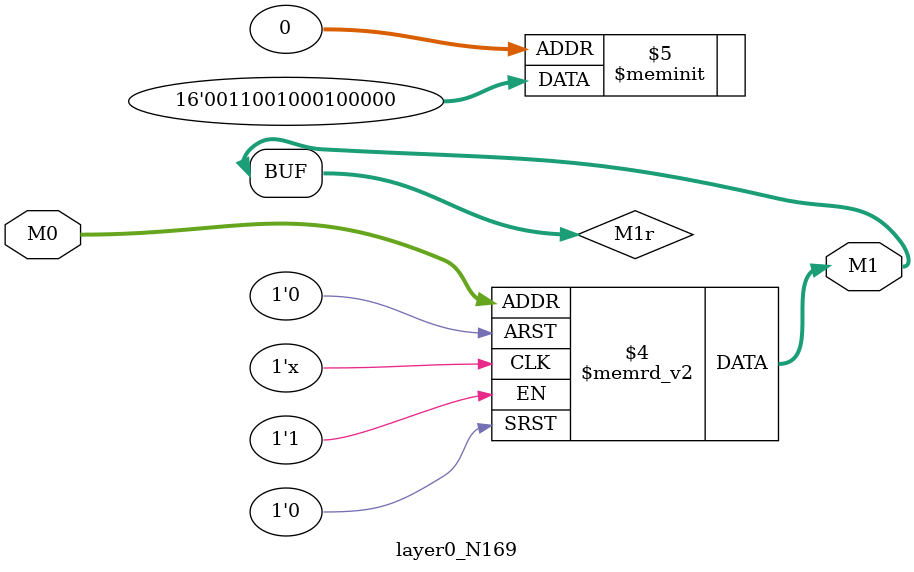
<source format=v>
module layer0_N169 ( input [2:0] M0, output [1:0] M1 );

	(*rom_style = "distributed" *) reg [1:0] M1r;
	assign M1 = M1r;
	always @ (M0) begin
		case (M0)
			3'b000: M1r = 2'b00;
			3'b100: M1r = 2'b10;
			3'b010: M1r = 2'b10;
			3'b110: M1r = 2'b11;
			3'b001: M1r = 2'b00;
			3'b101: M1r = 2'b00;
			3'b011: M1r = 2'b00;
			3'b111: M1r = 2'b00;

		endcase
	end
endmodule

</source>
